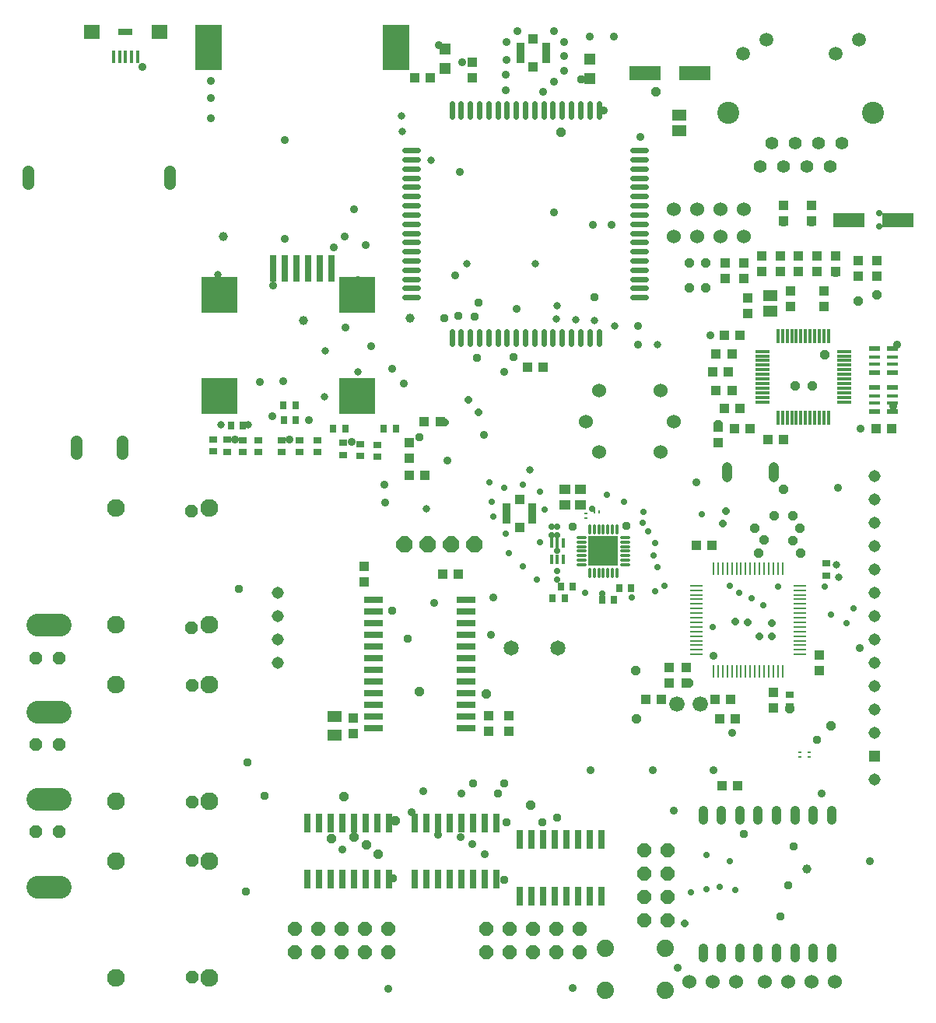
<source format=gts>
G75*
G70*
%OFA0B0*%
%FSLAX24Y24*%
%IPPOS*%
%LPD*%
%AMOC8*
5,1,8,0,0,1.08239X$1,22.5*
%
%ADD10R,0.0394X0.0433*%
%ADD11R,0.0433X0.0394*%
%ADD12R,0.0354X0.0276*%
%ADD13R,0.0630X0.0512*%
%ADD14R,0.1378X0.0630*%
%ADD15C,0.0594*%
%ADD16C,0.0945*%
%ADD17C,0.0554*%
%ADD18C,0.0236*%
%ADD19R,0.0260X0.0800*%
%ADD20R,0.0800X0.0260*%
%ADD21R,0.0472X0.0472*%
%ADD22C,0.0440*%
%ADD23R,0.0276X0.0354*%
%ADD24R,0.0110X0.0580*%
%ADD25R,0.0580X0.0110*%
%ADD26R,0.0118X0.0591*%
%ADD27R,0.0591X0.0118*%
%ADD28C,0.0650*%
%ADD29C,0.0600*%
%ADD30OC8,0.0600*%
%ADD31R,0.0591X0.0512*%
%ADD32C,0.0740*%
%ADD33C,0.0660*%
%ADD34C,0.0397*%
%ADD35R,0.0169X0.0110*%
%ADD36R,0.0335X0.0866*%
%ADD37R,0.0394X0.0413*%
%ADD38R,0.0295X0.1181*%
%ADD39R,0.1181X0.1969*%
%ADD40C,0.0760*%
%ADD41OC8,0.0520*%
%ADD42C,0.0974*%
%ADD43C,0.0515*%
%ADD44R,0.0515X0.0515*%
%ADD45R,0.0453X0.0173*%
%ADD46R,0.0453X0.0248*%
%ADD47C,0.0118*%
%ADD48R,0.1280X0.1280*%
%ADD49R,0.0472X0.0394*%
%ADD50R,0.0138X0.0098*%
%ADD51R,0.0098X0.0138*%
%ADD52R,0.0138X0.0394*%
%ADD53R,0.0157X0.0551*%
%ADD54R,0.0709X0.0591*%
%ADD55R,0.0591X0.0276*%
%ADD56C,0.0515*%
%ADD57R,0.1575X0.1575*%
%ADD58OC8,0.0700*%
%ADD59OC8,0.0396*%
%ADD60C,0.0357*%
%ADD61C,0.0396*%
%ADD62OC8,0.0317*%
%ADD63OC8,0.0278*%
%ADD64OC8,0.0357*%
%ADD65C,0.0278*%
%ADD66C,0.0317*%
D10*
X017341Y012782D03*
X017341Y013452D03*
X017833Y019278D03*
X017833Y019948D03*
X021190Y019613D03*
X021859Y019613D03*
X019753Y024593D03*
X019753Y025263D03*
X023148Y013550D03*
X023148Y012881D03*
X024034Y012881D03*
X024034Y013550D03*
X030875Y014948D03*
X030875Y015617D03*
X031613Y015617D03*
X031613Y014948D03*
X035353Y014534D03*
X035353Y013865D03*
X037322Y015489D03*
X037322Y016158D03*
X032991Y025233D03*
X032991Y025902D03*
X033690Y025863D03*
X034359Y025863D03*
X034270Y030794D03*
X034270Y031463D03*
X034861Y032566D03*
X034861Y033235D03*
X035648Y033235D03*
X035648Y032566D03*
X036091Y031759D03*
X036091Y031089D03*
X037519Y031089D03*
X037519Y031759D03*
X037223Y032566D03*
X037223Y033235D03*
X033286Y032940D03*
X033286Y032270D03*
X039743Y025863D03*
X040412Y025863D03*
X020648Y040883D03*
X019979Y040883D03*
D11*
X022440Y040893D03*
X022440Y041562D03*
X033247Y029849D03*
X033572Y029062D03*
X033916Y029849D03*
X032902Y029062D03*
X032755Y028274D03*
X033424Y028274D03*
X033572Y027487D03*
X032902Y027487D03*
X033247Y026700D03*
X033916Y026700D03*
X035117Y025371D03*
X035786Y025371D03*
X032735Y020843D03*
X032066Y020843D03*
X032853Y014249D03*
X033522Y014249D03*
X033719Y013412D03*
X033050Y013412D03*
X030570Y014249D03*
X029900Y014249D03*
X033148Y010558D03*
X033818Y010558D03*
X020432Y023845D03*
X019763Y023845D03*
X020402Y026158D03*
X021072Y026158D03*
X024831Y028471D03*
X025501Y028471D03*
X034074Y032270D03*
X034074Y032940D03*
X035796Y034731D03*
X035796Y035400D03*
X036977Y035400D03*
X036977Y034731D03*
X036436Y033235D03*
X036436Y032566D03*
X038011Y032566D03*
X038011Y033235D03*
X038995Y033038D03*
X038995Y032369D03*
X039782Y032369D03*
X039782Y033038D03*
D12*
X037617Y020066D03*
X037617Y019554D03*
X036042Y014456D03*
X036042Y013944D03*
X018385Y024643D03*
X018385Y025154D03*
X017666Y025194D03*
X017666Y024682D03*
X016918Y024721D03*
X016918Y025233D03*
X015816Y025351D03*
X015816Y024839D03*
X015048Y024839D03*
X015048Y025351D03*
X014280Y025351D03*
X014280Y024839D03*
X013286Y024849D03*
X012627Y024849D03*
X012627Y025361D03*
X013286Y025361D03*
X011967Y025371D03*
X011347Y025386D03*
X011347Y024874D03*
X011967Y024859D03*
D13*
X016554Y013511D03*
X016554Y012723D03*
D14*
X038572Y034770D03*
X040698Y034770D03*
X031987Y041070D03*
X029861Y041070D03*
D15*
X034044Y041908D03*
X035044Y042507D03*
X038024Y041908D03*
X039024Y042507D03*
D16*
X039635Y039377D03*
X033434Y039377D03*
D17*
X035284Y038078D03*
X036284Y038078D03*
X037284Y038078D03*
X038284Y038078D03*
X037784Y037078D03*
X036784Y037078D03*
X035784Y037078D03*
X034784Y037078D03*
D18*
X029880Y036985D02*
X029330Y036985D01*
X029330Y036591D02*
X029880Y036591D01*
X029880Y036198D02*
X029330Y036198D01*
X029330Y035804D02*
X029880Y035804D01*
X029880Y035410D02*
X029330Y035410D01*
X029330Y035017D02*
X029880Y035017D01*
X029880Y034623D02*
X029330Y034623D01*
X029330Y034229D02*
X029880Y034229D01*
X029880Y033835D02*
X029330Y033835D01*
X029330Y033442D02*
X029880Y033442D01*
X029880Y033048D02*
X029330Y033048D01*
X029330Y032654D02*
X029880Y032654D01*
X029880Y032261D02*
X029330Y032261D01*
X029330Y031867D02*
X029880Y031867D01*
X029880Y031473D02*
X029330Y031473D01*
X027873Y030016D02*
X027873Y029466D01*
X027479Y029466D02*
X027479Y030016D01*
X027085Y030016D02*
X027085Y029466D01*
X026692Y029466D02*
X026692Y030016D01*
X026298Y030016D02*
X026298Y029466D01*
X025904Y029466D02*
X025904Y030016D01*
X025511Y030016D02*
X025511Y029466D01*
X025117Y029466D02*
X025117Y030016D01*
X024723Y030016D02*
X024723Y029466D01*
X024330Y029466D02*
X024330Y030016D01*
X023936Y030016D02*
X023936Y029466D01*
X023542Y029466D02*
X023542Y030016D01*
X023148Y030016D02*
X023148Y029466D01*
X022755Y029466D02*
X022755Y030016D01*
X022361Y030016D02*
X022361Y029466D01*
X021967Y029466D02*
X021967Y030016D01*
X021574Y030016D02*
X021574Y029466D01*
X020116Y031473D02*
X019566Y031473D01*
X019566Y031867D02*
X020116Y031867D01*
X020116Y032261D02*
X019566Y032261D01*
X019566Y032654D02*
X020116Y032654D01*
X020116Y033048D02*
X019566Y033048D01*
X019566Y033442D02*
X020116Y033442D01*
X020116Y033835D02*
X019566Y033835D01*
X019566Y034229D02*
X020116Y034229D01*
X020116Y034623D02*
X019566Y034623D01*
X019566Y035017D02*
X020116Y035017D01*
X020116Y035410D02*
X019566Y035410D01*
X019566Y035804D02*
X020116Y035804D01*
X020116Y036198D02*
X019566Y036198D01*
X019566Y036591D02*
X020116Y036591D01*
X020116Y036985D02*
X019566Y036985D01*
X019566Y037379D02*
X020116Y037379D01*
X020116Y037772D02*
X019566Y037772D01*
X021574Y039230D02*
X021574Y039780D01*
X021967Y039780D02*
X021967Y039230D01*
X022361Y039230D02*
X022361Y039780D01*
X022755Y039780D02*
X022755Y039230D01*
X023148Y039230D02*
X023148Y039780D01*
X023542Y039780D02*
X023542Y039230D01*
X023936Y039230D02*
X023936Y039780D01*
X024330Y039780D02*
X024330Y039230D01*
X024723Y039230D02*
X024723Y039780D01*
X025117Y039780D02*
X025117Y039230D01*
X025511Y039230D02*
X025511Y039780D01*
X025904Y039780D02*
X025904Y039230D01*
X026298Y039230D02*
X026298Y039780D01*
X026692Y039780D02*
X026692Y039230D01*
X027085Y039230D02*
X027085Y039780D01*
X027479Y039780D02*
X027479Y039230D01*
X027873Y039230D02*
X027873Y039780D01*
X029330Y037772D02*
X029880Y037772D01*
X029880Y037379D02*
X029330Y037379D01*
D19*
X023471Y008963D03*
X022971Y008963D03*
X022471Y008963D03*
X021971Y008963D03*
X021471Y008963D03*
X020971Y008963D03*
X020471Y008963D03*
X019971Y008963D03*
X018894Y008963D03*
X018394Y008963D03*
X017894Y008963D03*
X017394Y008963D03*
X016894Y008963D03*
X016394Y008963D03*
X015894Y008963D03*
X015394Y008963D03*
X015394Y006543D03*
X015894Y006543D03*
X016394Y006543D03*
X016894Y006543D03*
X017394Y006543D03*
X017894Y006543D03*
X018394Y006543D03*
X018894Y006543D03*
X019971Y006543D03*
X020471Y006543D03*
X020971Y006543D03*
X021471Y006543D03*
X021971Y006543D03*
X022471Y006543D03*
X022971Y006543D03*
X023471Y006543D03*
X024485Y005830D03*
X024985Y005830D03*
X025485Y005830D03*
X025985Y005830D03*
X026485Y005830D03*
X026985Y005830D03*
X027485Y005830D03*
X027985Y005830D03*
X027985Y008250D03*
X027485Y008250D03*
X026985Y008250D03*
X026485Y008250D03*
X025985Y008250D03*
X025485Y008250D03*
X024985Y008250D03*
X024485Y008250D03*
D20*
X022176Y013024D03*
X022176Y013524D03*
X022176Y014024D03*
X022176Y014524D03*
X022176Y015024D03*
X022176Y015524D03*
X022176Y016024D03*
X022176Y016524D03*
X022176Y017024D03*
X022176Y017524D03*
X022176Y018024D03*
X022176Y018524D03*
X018216Y018524D03*
X018216Y018024D03*
X018216Y017524D03*
X018216Y017024D03*
X018216Y016524D03*
X018216Y016024D03*
X018216Y015524D03*
X018216Y015024D03*
X018216Y014524D03*
X018216Y014024D03*
X018216Y013524D03*
X018216Y013024D03*
D21*
X027479Y040853D03*
X027479Y041680D03*
X021278Y041296D03*
X021278Y042123D03*
D22*
X033369Y024213D02*
X033369Y023773D01*
X035369Y023773D02*
X035369Y024213D01*
D23*
X029261Y019022D03*
X028749Y019022D03*
X028522Y018530D03*
X028011Y018530D03*
X026751Y019072D03*
X026406Y018580D03*
X025894Y018580D03*
X026239Y019072D03*
X019172Y025863D03*
X018660Y025863D03*
X017007Y025863D03*
X016495Y025863D03*
X014900Y026227D03*
X014389Y026227D03*
X014369Y026857D03*
X014881Y026857D03*
X012617Y025976D03*
X012105Y025976D03*
D24*
X032790Y019854D03*
X032990Y019854D03*
X033190Y019854D03*
X033380Y019854D03*
X033580Y019854D03*
X033780Y019854D03*
X033970Y019854D03*
X034170Y019854D03*
X034370Y019854D03*
X034570Y019854D03*
X034760Y019854D03*
X034960Y019854D03*
X035160Y019854D03*
X035350Y019854D03*
X035550Y019854D03*
X035750Y019854D03*
X035750Y015434D03*
X035550Y015434D03*
X035350Y015434D03*
X035160Y015434D03*
X034960Y015434D03*
X034760Y015434D03*
X034570Y015434D03*
X034370Y015434D03*
X034170Y015434D03*
X033970Y015434D03*
X033780Y015434D03*
X033580Y015434D03*
X033380Y015434D03*
X033190Y015434D03*
X032990Y015434D03*
X032790Y015434D03*
D25*
X032060Y016164D03*
X032060Y016364D03*
X032060Y016564D03*
X032060Y016754D03*
X032060Y016954D03*
X032060Y017154D03*
X032060Y017344D03*
X032060Y017544D03*
X032060Y017744D03*
X032060Y017944D03*
X032060Y018134D03*
X032060Y018334D03*
X032060Y018534D03*
X032060Y018724D03*
X032060Y018924D03*
X032060Y019124D03*
X036480Y019124D03*
X036480Y018924D03*
X036480Y018724D03*
X036480Y018534D03*
X036480Y018334D03*
X036480Y018134D03*
X036480Y017944D03*
X036480Y017744D03*
X036480Y017544D03*
X036480Y017344D03*
X036480Y017154D03*
X036480Y016954D03*
X036480Y016754D03*
X036480Y016564D03*
X036480Y016364D03*
X036480Y016164D03*
D26*
X036534Y026326D03*
X036337Y026326D03*
X036141Y026326D03*
X035944Y026326D03*
X035747Y026326D03*
X035550Y026326D03*
X036731Y026326D03*
X036928Y026326D03*
X037125Y026326D03*
X037322Y026326D03*
X037519Y026326D03*
X037715Y026326D03*
X037715Y029830D03*
X037519Y029830D03*
X037322Y029830D03*
X037125Y029830D03*
X036928Y029830D03*
X036731Y029830D03*
X036534Y029830D03*
X036337Y029830D03*
X036141Y029830D03*
X035944Y029830D03*
X035747Y029830D03*
X035550Y029830D03*
D27*
X034881Y029160D03*
X034881Y028963D03*
X034881Y028767D03*
X034881Y028570D03*
X034881Y028373D03*
X034881Y028176D03*
X034881Y027979D03*
X034881Y027782D03*
X034881Y027585D03*
X034881Y027389D03*
X034881Y027192D03*
X034881Y026995D03*
X038385Y026995D03*
X038385Y027192D03*
X038385Y027389D03*
X038385Y027585D03*
X038385Y027782D03*
X038385Y027979D03*
X038385Y028176D03*
X038385Y028373D03*
X038385Y028570D03*
X038385Y028767D03*
X038385Y028963D03*
X038385Y029160D03*
D28*
X026117Y016463D03*
X024117Y016463D03*
D29*
X027883Y024839D03*
X027331Y026158D03*
X027883Y027477D03*
X030520Y027477D03*
X031072Y026158D03*
X030520Y024839D03*
X031097Y034081D03*
X032097Y034081D03*
X032097Y035263D03*
X031097Y035263D03*
X033097Y035263D03*
X034097Y035263D03*
X034097Y034081D03*
X033097Y034081D03*
X032745Y002143D03*
X033745Y002143D03*
X034985Y002143D03*
X035985Y002143D03*
X036985Y002143D03*
X037985Y002143D03*
X031745Y002143D03*
D30*
X030824Y004776D03*
X030824Y005776D03*
X030824Y006776D03*
X029824Y006776D03*
X029824Y005776D03*
X029824Y004776D03*
X027068Y004424D03*
X027068Y003424D03*
X026068Y003424D03*
X026068Y004424D03*
X025068Y004424D03*
X025068Y003424D03*
X024068Y003424D03*
X024068Y004424D03*
X023068Y004424D03*
X023068Y003424D03*
X018849Y003424D03*
X018849Y004424D03*
X017849Y004424D03*
X016849Y004424D03*
X016849Y003424D03*
X017849Y003424D03*
X015849Y003424D03*
X014849Y003424D03*
X014849Y004424D03*
X015849Y004424D03*
X029824Y007776D03*
X030824Y007776D03*
D31*
X035206Y030893D03*
X035206Y031562D03*
X031318Y038619D03*
X031318Y039288D03*
D32*
X030728Y003574D03*
X030728Y001794D03*
X028168Y001794D03*
X028168Y003574D03*
D33*
X031211Y014052D03*
X032211Y014052D03*
D34*
X032341Y009478D02*
X032341Y009081D01*
X033129Y009081D02*
X033129Y009478D01*
X033916Y009478D02*
X033916Y009081D01*
X034704Y009081D02*
X034704Y009478D01*
X035491Y009478D02*
X035491Y009081D01*
X036278Y009081D02*
X036278Y009478D01*
X037066Y009478D02*
X037066Y009081D01*
X037853Y009081D02*
X037853Y009478D01*
X037853Y003570D02*
X037853Y003173D01*
X037066Y003173D02*
X037066Y003570D01*
X036278Y003570D02*
X036278Y003173D01*
X035491Y003173D02*
X035491Y003570D01*
X034704Y003570D02*
X034704Y003173D01*
X033916Y003173D02*
X033916Y003570D01*
X033129Y003570D02*
X033129Y003173D01*
X032341Y003173D02*
X032341Y003570D01*
D35*
X036485Y011786D03*
X036485Y011987D03*
X036879Y011987D03*
X036879Y011786D03*
D36*
X025019Y022221D03*
X023936Y022221D03*
X024526Y041956D03*
X025609Y041956D03*
D37*
X025068Y042556D03*
X025068Y041355D03*
X024477Y022822D03*
X024477Y021621D03*
D38*
X016424Y032721D03*
X015924Y032721D03*
X015424Y032721D03*
X014924Y032721D03*
X014424Y032721D03*
X013924Y032721D03*
D39*
X011144Y042182D03*
X019196Y042182D03*
D40*
X011172Y022457D03*
X007172Y022457D03*
X007172Y017457D03*
X007172Y014879D03*
X011172Y014879D03*
X011172Y017457D03*
X011172Y009879D03*
X011172Y007300D03*
X007172Y007300D03*
X007172Y009879D03*
X007172Y002300D03*
X011172Y002300D03*
D41*
X010452Y002349D03*
X010452Y007349D03*
X010456Y009844D03*
X010456Y014844D03*
X010417Y017320D03*
X010417Y022320D03*
X004751Y016020D03*
X003751Y016020D03*
X003761Y012300D03*
X004761Y012300D03*
X004751Y008589D03*
X003751Y008589D03*
D42*
X003813Y006227D02*
X004787Y006227D01*
X004787Y009967D02*
X003813Y009967D01*
X003813Y013707D02*
X004787Y013707D01*
X004787Y017448D02*
X003813Y017448D01*
D43*
X014107Y017812D03*
X014107Y018812D03*
X014107Y016812D03*
X014107Y015812D03*
X039680Y015812D03*
X039680Y014812D03*
X039680Y013812D03*
X039680Y012812D03*
X039680Y010812D03*
X039680Y016812D03*
X039680Y017812D03*
X039680Y018812D03*
X039680Y019812D03*
X039680Y020812D03*
X039680Y021812D03*
X039680Y022812D03*
X039680Y023812D03*
D44*
X039680Y011812D03*
D45*
X039694Y026936D03*
X039694Y027251D03*
X040461Y027251D03*
X040461Y026936D03*
X040461Y028609D03*
X040461Y028924D03*
X039694Y028924D03*
X039694Y028609D03*
D46*
X039694Y028257D03*
X040461Y028257D03*
X040461Y027603D03*
X039694Y027603D03*
X039694Y026583D03*
X040461Y026583D03*
X040461Y029276D03*
X039694Y029276D03*
D47*
X029142Y021188D02*
X028848Y021188D01*
X028848Y020991D02*
X029142Y020991D01*
X029142Y020794D02*
X028848Y020794D01*
X028848Y020597D02*
X029142Y020597D01*
X029142Y020400D02*
X028848Y020400D01*
X028848Y020204D02*
X029142Y020204D01*
X029142Y020007D02*
X028848Y020007D01*
X028660Y019819D02*
X028660Y019525D01*
X028463Y019525D02*
X028463Y019819D01*
X028267Y019819D02*
X028267Y019525D01*
X028070Y019525D02*
X028070Y019819D01*
X027873Y019819D02*
X027873Y019525D01*
X027676Y019525D02*
X027676Y019819D01*
X027479Y019819D02*
X027479Y019525D01*
X027291Y020007D02*
X026997Y020007D01*
X026997Y020204D02*
X027291Y020204D01*
X027291Y020400D02*
X026997Y020400D01*
X026997Y020597D02*
X027291Y020597D01*
X027291Y020794D02*
X026997Y020794D01*
X026997Y020991D02*
X027291Y020991D01*
X027291Y021188D02*
X026997Y021188D01*
X027479Y021375D02*
X027479Y021669D01*
X027676Y021669D02*
X027676Y021375D01*
X027873Y021375D02*
X027873Y021669D01*
X028070Y021669D02*
X028070Y021375D01*
X028267Y021375D02*
X028267Y021669D01*
X028463Y021669D02*
X028463Y021375D01*
X028660Y021375D02*
X028660Y021669D01*
D48*
X028070Y020597D03*
D49*
X027076Y022576D03*
X026406Y022576D03*
X026406Y023245D03*
X027076Y023245D03*
D50*
X027331Y022221D03*
X027331Y022024D03*
D51*
X027676Y022270D03*
X027873Y022270D03*
D52*
X026357Y020952D03*
X026101Y020952D03*
X025845Y020952D03*
X025845Y020243D03*
X026101Y020243D03*
X026357Y020243D03*
D53*
X008109Y041778D03*
X007853Y041778D03*
X007597Y041778D03*
X007341Y041778D03*
X007085Y041778D03*
D54*
X006147Y042841D03*
X009048Y042841D03*
D55*
X007597Y042841D03*
D56*
X009497Y036878D02*
X009497Y036363D01*
X003434Y036363D02*
X003434Y036878D01*
X005481Y025304D02*
X005481Y024789D01*
X007450Y024789D02*
X007450Y025304D01*
D57*
X011613Y027241D03*
X011613Y031572D03*
X017519Y031572D03*
X017519Y027241D03*
D58*
X019542Y020895D03*
X020542Y020895D03*
X021542Y020895D03*
X022542Y020895D03*
D59*
X023050Y014495D03*
X024034Y012871D03*
X024969Y009721D03*
X029497Y013412D03*
X029448Y015479D03*
X031711Y014938D03*
X033828Y010558D03*
X036042Y013855D03*
X037814Y013117D03*
X037322Y015479D03*
X036534Y020499D03*
X036190Y021040D03*
X036485Y021581D03*
X036190Y022123D03*
X035402Y022123D03*
X034566Y021581D03*
X034959Y021089D03*
X034713Y020499D03*
X035796Y023255D03*
X035796Y025371D03*
X035107Y025371D03*
X032991Y026011D03*
X036288Y027684D03*
X037026Y027684D03*
X037568Y029013D03*
X037519Y031080D03*
X038011Y032556D03*
X038995Y033048D03*
X039782Y033048D03*
X039782Y031572D03*
X038995Y031326D03*
X036977Y034721D03*
X035796Y034721D03*
X034074Y032950D03*
X032450Y032950D03*
X031761Y032950D03*
X031761Y031867D03*
X032450Y031867D03*
X034270Y030784D03*
X026249Y038560D03*
X030314Y040272D03*
X020196Y014593D03*
X016554Y013511D03*
X016948Y010066D03*
X017391Y008343D03*
X017932Y007999D03*
X018424Y007605D03*
X019162Y009032D03*
X016406Y008294D03*
D60*
X016894Y007802D03*
X019851Y009426D03*
X020343Y010312D03*
X021971Y010213D03*
X021967Y008343D03*
X022459Y008048D03*
X023001Y007605D03*
X020983Y008442D03*
X018867Y001847D03*
X026741Y001896D03*
X031269Y002733D03*
X031072Y009475D03*
X030186Y011198D03*
X032794Y011198D03*
X033581Y012822D03*
X035353Y014534D03*
X032794Y016119D03*
X032745Y020843D03*
X032007Y020893D03*
X032056Y023550D03*
X032646Y029849D03*
X029546Y029456D03*
X029546Y030243D03*
X028414Y034574D03*
X027627Y034574D03*
X025963Y035105D03*
X029644Y038363D03*
X028089Y039485D03*
X026396Y041168D03*
X025963Y040725D03*
X025491Y040282D03*
X023887Y040331D03*
X023887Y041020D03*
X023936Y041660D03*
X023936Y042398D03*
X024379Y042891D03*
X025954Y042891D03*
X026396Y042398D03*
X026396Y041808D03*
X027479Y042644D03*
X028513Y042644D03*
X031711Y041119D03*
X024349Y030971D03*
X023837Y028274D03*
X022952Y025568D03*
X021396Y024475D03*
X018680Y023452D03*
X018719Y022664D03*
X017302Y025282D03*
X015456Y026203D03*
X014625Y025381D03*
X013872Y026390D03*
X013360Y027836D03*
X014364Y027866D03*
X012302Y025381D03*
X017017Y030164D03*
X018119Y029387D03*
X019034Y028412D03*
X019507Y027782D03*
X017538Y032211D03*
X017893Y033727D03*
X016987Y034081D03*
X016515Y033609D03*
X017371Y035263D03*
X014408Y033993D03*
X013936Y031995D03*
X014428Y038225D03*
X011239Y039160D03*
X011239Y039997D03*
X011239Y040735D03*
X008335Y041355D03*
X021022Y042290D03*
X022026Y041562D03*
X021918Y036837D03*
X021711Y032428D03*
X023345Y018629D03*
X023247Y017005D03*
X020835Y018383D03*
X027528Y011198D03*
X037420Y010213D03*
X039487Y007310D03*
X039044Y016463D03*
X038109Y023304D03*
X039093Y025863D03*
X040471Y026798D03*
X040668Y029456D03*
D61*
X019802Y030587D03*
X015225Y030489D03*
X011780Y034081D03*
X036780Y006965D03*
D62*
X031564Y004652D03*
X034763Y016956D03*
X035304Y016956D03*
X035304Y017497D03*
X034270Y017546D03*
X033729Y017595D03*
X033188Y021778D03*
X033335Y022320D03*
X022706Y026552D03*
X022302Y027093D03*
X021278Y026109D03*
D63*
X027282Y018826D03*
X028020Y018776D03*
X034910Y018284D03*
X035550Y019072D03*
X037814Y017891D03*
X038503Y017497D03*
X038798Y018137D03*
X033488Y007310D03*
X032499Y007581D03*
X032499Y006129D03*
X031810Y005981D03*
X033040Y006227D03*
X033705Y006075D03*
D64*
X035648Y004948D03*
X035993Y006276D03*
X036229Y007935D03*
X034098Y008466D03*
X037223Y012526D03*
X029054Y021680D03*
X028365Y020893D03*
X027774Y020893D03*
X027774Y020302D03*
X028365Y020302D03*
X026741Y021631D03*
X020196Y025469D03*
X022656Y028865D03*
X024211Y028914D03*
X022558Y030656D03*
X022706Y031247D03*
X021869Y030666D03*
X021249Y030587D03*
X027676Y031473D03*
X027135Y040824D03*
X012469Y018973D03*
X019015Y018038D03*
X019704Y016857D03*
X022471Y010656D03*
X023542Y010213D03*
X023837Y010656D03*
X023936Y008983D03*
X025461Y008983D03*
X026101Y009180D03*
X023837Y006522D03*
X019064Y006572D03*
X013552Y010115D03*
X012814Y011542D03*
X012765Y006030D03*
D65*
X025215Y019367D03*
X024625Y019957D03*
X024034Y020499D03*
X023887Y021335D03*
X023345Y022074D03*
X023296Y022713D03*
X023837Y023304D03*
X024625Y023452D03*
X025363Y023156D03*
X025560Y022369D03*
X025855Y021631D03*
X026101Y021631D03*
X026101Y021286D03*
X025855Y021286D03*
X025363Y020991D03*
X026101Y020597D03*
X026101Y019761D03*
X026101Y019367D03*
X027578Y022418D03*
X028217Y023009D03*
X028956Y022713D03*
X029792Y022270D03*
X029743Y021828D03*
X029989Y021434D03*
X030284Y020942D03*
X030235Y020400D03*
X030383Y019908D03*
X030678Y019121D03*
X030284Y018875D03*
X029300Y018629D03*
X032302Y022172D03*
X033483Y019121D03*
X033877Y018826D03*
X034418Y018580D03*
X032745Y017349D03*
X037568Y019072D03*
X023198Y023550D03*
X039881Y034524D03*
X039881Y035066D03*
D66*
X030383Y029456D03*
X028562Y030243D03*
X027676Y030489D03*
X026889Y030528D03*
X026062Y030538D03*
X026101Y031129D03*
X025166Y032900D03*
X022213Y032900D03*
X020688Y037359D03*
X019457Y038584D03*
X019423Y039259D03*
X011554Y032446D03*
X016150Y029175D03*
X017548Y028294D03*
X016126Y027226D03*
X012863Y026011D03*
X011682Y026011D03*
X020491Y022418D03*
X024920Y024091D03*
X038060Y020007D03*
X038158Y019465D03*
M02*

</source>
